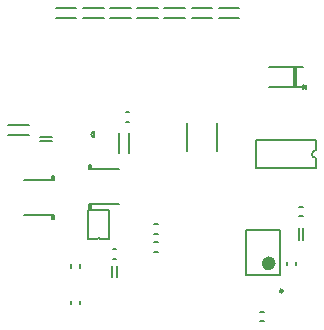
<source format=gbo>
G04 Layer_Color=32896*
%FSLAX24Y24*%
%MOIN*%
G70*
G01*
G75*
%ADD46C,0.0236*%
%ADD47C,0.0079*%
%ADD48C,0.0050*%
%ADD79C,0.0098*%
D46*
X9075Y2992D02*
G03*
X9075Y2992I-118J0D01*
G01*
D47*
X3140Y7383D02*
G03*
X3140Y7196I0J-93D01*
G01*
X3344Y3799D02*
G03*
X3246Y3799I-49J0D01*
G01*
X10526Y6759D02*
G03*
X10526Y6509I0J-125D01*
G01*
X3140Y7196D02*
Y7297D01*
Y7282D02*
Y7383D01*
X3344Y3799D02*
X3644D01*
Y4783D01*
X2947Y3799D02*
X3246D01*
X2947D02*
Y4783D01*
X3644D01*
X7224Y6732D02*
Y7677D01*
X6240Y6732D02*
Y7677D01*
X10526Y6759D02*
Y7093D01*
Y6175D02*
Y6509D01*
X8526Y7093D02*
X10526D01*
X8526Y6175D02*
Y7093D01*
Y6175D02*
X10526D01*
X9350Y2598D02*
Y4094D01*
X8209D02*
X9350D01*
X8209Y2598D02*
X9350D01*
X8209D02*
Y4094D01*
D48*
X4192Y7714D02*
X4312D01*
X4192Y8034D02*
X4312D01*
X2680Y1633D02*
Y1753D01*
X2360Y1633D02*
Y1753D01*
Y2853D02*
Y2973D01*
X2680Y2853D02*
Y2973D01*
X2953Y6142D02*
X3976D01*
X2992D02*
Y6260D01*
X2953Y6142D02*
Y6260D01*
X3031Y6142D02*
Y6260D01*
X2953D02*
X3031D01*
Y4843D02*
Y4961D01*
X2953Y4843D02*
X3031D01*
X2953D02*
Y4961D01*
X2992Y4843D02*
Y4961D01*
X2953D02*
X3976D01*
X1811Y5787D02*
Y5906D01*
X1772Y5787D02*
Y5906D01*
X1732D02*
X1811D01*
X1732Y5787D02*
Y5906D01*
X787Y5787D02*
X1811D01*
Y4488D02*
Y4606D01*
X1732Y4488D02*
X1811D01*
X1732D02*
Y4606D01*
X1772Y4488D02*
Y4606D01*
X787D02*
X1811D01*
X285Y7598D02*
X975D01*
X285Y7283D02*
X975D01*
X4291Y6663D02*
Y7353D01*
X3976Y6663D02*
Y7353D01*
X1348Y7056D02*
X1723D01*
X1348Y7196D02*
X1723D01*
X5137Y3974D02*
X5257D01*
X5137Y4294D02*
X5257D01*
X5137Y3383D02*
X5257D01*
X5137Y3703D02*
X5257D01*
X3749Y2529D02*
Y2904D01*
X3889Y2529D02*
Y2904D01*
X3759Y3467D02*
X3879D01*
X3759Y3147D02*
X3879D01*
X9979Y4884D02*
X10099D01*
X9979Y4564D02*
X10099D01*
X9969Y3789D02*
Y4164D01*
X10109Y3789D02*
Y4164D01*
X10098Y8819D02*
X10217Y8878D01*
X10098D02*
X10217D01*
Y8819D02*
Y8937D01*
X10098Y8819D02*
Y8937D01*
X10217Y8878D01*
X8958D02*
X10098D01*
X9843D02*
Y9547D01*
X9803Y8878D02*
Y9547D01*
X9882Y8878D02*
Y9547D01*
X8957D02*
X10098D01*
X8680Y1380D02*
X8800D01*
X8680Y1060D02*
X8800D01*
X7293Y11496D02*
X7983D01*
X7293Y11181D02*
X7983D01*
X6387Y11496D02*
X7077D01*
X6387Y11181D02*
X7077D01*
X5482Y11496D02*
X6172D01*
X5482Y11181D02*
X6172D01*
X4576Y11496D02*
X5266D01*
X4576Y11181D02*
X5266D01*
X3671Y11496D02*
X4361D01*
X3671Y11181D02*
X4361D01*
X2765Y11181D02*
X3455D01*
X2765Y11496D02*
X3455D01*
X1860Y11181D02*
X2550D01*
X1860Y11496D02*
X2550D01*
X9884Y2932D02*
Y3052D01*
X9564Y2932D02*
Y3052D01*
D79*
X9423Y2077D02*
G03*
X9423Y2077I-49J0D01*
G01*
M02*

</source>
